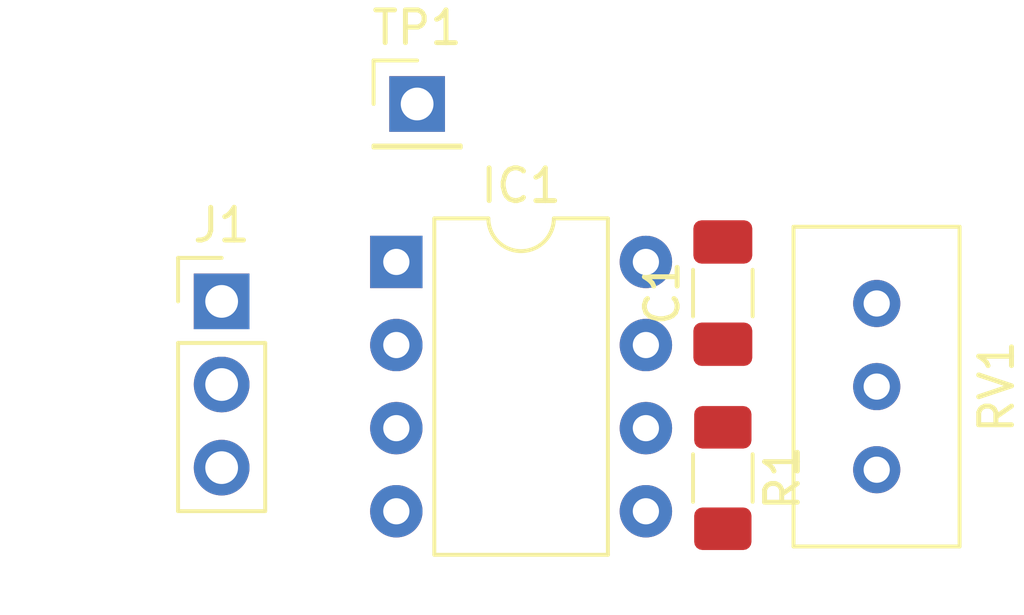
<source format=kicad_pcb>
(kicad_pcb (version 20171130) (host pcbnew "(5.1.8)-1")

  (general
    (thickness 1.6)
    (drawings 0)
    (tracks 0)
    (zones 0)
    (modules 6)
    (nets 9)
  )

  (page A4)
  (layers
    (0 F.Cu signal)
    (31 B.Cu signal)
    (32 B.Adhes user)
    (33 F.Adhes user)
    (34 B.Paste user)
    (35 F.Paste user)
    (36 B.SilkS user)
    (37 F.SilkS user)
    (38 B.Mask user)
    (39 F.Mask user)
    (40 Dwgs.User user)
    (41 Cmts.User user)
    (42 Eco1.User user)
    (43 Eco2.User user)
    (44 Edge.Cuts user)
    (45 Margin user)
    (46 B.CrtYd user)
    (47 F.CrtYd user)
    (48 B.Fab user)
    (49 F.Fab user)
  )

  (setup
    (last_trace_width 0.25)
    (trace_clearance 0.2)
    (zone_clearance 0.508)
    (zone_45_only no)
    (trace_min 0.2)
    (via_size 0.8)
    (via_drill 0.4)
    (via_min_size 0.4)
    (via_min_drill 0.3)
    (uvia_size 0.3)
    (uvia_drill 0.1)
    (uvias_allowed no)
    (uvia_min_size 0.2)
    (uvia_min_drill 0.1)
    (edge_width 0.05)
    (segment_width 0.2)
    (pcb_text_width 0.3)
    (pcb_text_size 1.5 1.5)
    (mod_edge_width 0.12)
    (mod_text_size 1 1)
    (mod_text_width 0.15)
    (pad_size 1.524 1.524)
    (pad_drill 0.762)
    (pad_to_mask_clearance 0)
    (aux_axis_origin 0 0)
    (visible_elements 7FFFFFFF)
    (pcbplotparams
      (layerselection 0x010fc_ffffffff)
      (usegerberextensions false)
      (usegerberattributes true)
      (usegerberadvancedattributes true)
      (creategerberjobfile true)
      (excludeedgelayer true)
      (linewidth 0.100000)
      (plotframeref false)
      (viasonmask false)
      (mode 1)
      (useauxorigin false)
      (hpglpennumber 1)
      (hpglpenspeed 20)
      (hpglpendiameter 15.000000)
      (psnegative false)
      (psa4output false)
      (plotreference true)
      (plotvalue true)
      (plotinvisibletext false)
      (padsonsilk false)
      (subtractmaskfromsilk false)
      (outputformat 1)
      (mirror false)
      (drillshape 1)
      (scaleselection 1)
      (outputdirectory ""))
  )

  (net 0 "")
  (net 1 "Net-(C1-Pad2)")
  (net 2 "Net-(IC1-Pad5)")
  (net 3 "Net-(IC1-Pad2)")
  (net 4 "Net-(IC1-Pad3)")
  (net 5 "Net-(IC1-Pad8)")
  (net 6 "Net-(R1-Pad2)")
  (net 7 "Net-(C1-Pad1)")
  (net 8 "Net-(IC1-Pad4)")

  (net_class Default "This is the default net class."
    (clearance 0.2)
    (trace_width 0.25)
    (via_dia 0.8)
    (via_drill 0.4)
    (uvia_dia 0.3)
    (uvia_drill 0.1)
    (add_net "Net-(C1-Pad1)")
    (add_net "Net-(C1-Pad2)")
    (add_net "Net-(IC1-Pad2)")
    (add_net "Net-(IC1-Pad3)")
    (add_net "Net-(IC1-Pad4)")
    (add_net "Net-(IC1-Pad5)")
    (add_net "Net-(IC1-Pad8)")
    (add_net "Net-(R1-Pad2)")
  )

  (module Capacitor_SMD:C_1206_3216Metric_Pad1.33x1.80mm_HandSolder (layer F.Cu) (tedit 5F68FEEF) (tstamp 61DDBDF6)
    (at 112.0775 67.3735 90)
    (descr "Capacitor SMD 1206 (3216 Metric), square (rectangular) end terminal, IPC_7351 nominal with elongated pad for handsoldering. (Body size source: IPC-SM-782 page 76, https://www.pcb-3d.com/wordpress/wp-content/uploads/ipc-sm-782a_amendment_1_and_2.pdf), generated with kicad-footprint-generator")
    (tags "capacitor handsolder")
    (path /61DD9A16)
    (attr smd)
    (fp_text reference C1 (at 0 -1.85 90) (layer F.SilkS)
      (effects (font (size 1 1) (thickness 0.15)))
    )
    (fp_text value 15uF (at 0 1.85 90) (layer F.Fab)
      (effects (font (size 1 1) (thickness 0.15)))
    )
    (fp_line (start 2.48 1.15) (end -2.48 1.15) (layer F.CrtYd) (width 0.05))
    (fp_line (start 2.48 -1.15) (end 2.48 1.15) (layer F.CrtYd) (width 0.05))
    (fp_line (start -2.48 -1.15) (end 2.48 -1.15) (layer F.CrtYd) (width 0.05))
    (fp_line (start -2.48 1.15) (end -2.48 -1.15) (layer F.CrtYd) (width 0.05))
    (fp_line (start -0.711252 0.91) (end 0.711252 0.91) (layer F.SilkS) (width 0.12))
    (fp_line (start -0.711252 -0.91) (end 0.711252 -0.91) (layer F.SilkS) (width 0.12))
    (fp_line (start 1.6 0.8) (end -1.6 0.8) (layer F.Fab) (width 0.1))
    (fp_line (start 1.6 -0.8) (end 1.6 0.8) (layer F.Fab) (width 0.1))
    (fp_line (start -1.6 -0.8) (end 1.6 -0.8) (layer F.Fab) (width 0.1))
    (fp_line (start -1.6 0.8) (end -1.6 -0.8) (layer F.Fab) (width 0.1))
    (fp_text user %R (at 0 0 90) (layer F.Fab)
      (effects (font (size 0.8 0.8) (thickness 0.12)))
    )
    (pad 1 smd roundrect (at -1.5625 0 90) (size 1.325 1.8) (layers F.Cu F.Paste F.Mask) (roundrect_rratio 0.188679)
      (net 7 "Net-(C1-Pad1)"))
    (pad 2 smd roundrect (at 1.5625 0 90) (size 1.325 1.8) (layers F.Cu F.Paste F.Mask) (roundrect_rratio 0.188679)
      (net 1 "Net-(C1-Pad2)"))
    (model ${KISYS3DMOD}/Capacitor_SMD.3dshapes/C_1206_3216Metric.wrl
      (at (xyz 0 0 0))
      (scale (xyz 1 1 1))
      (rotate (xyz 0 0 0))
    )
  )

  (module Package_DIP:DIP-8_W7.62mm (layer F.Cu) (tedit 5A02E8C5) (tstamp 61DDBB05)
    (at 102.108 66.421)
    (descr "8-lead though-hole mounted DIP package, row spacing 7.62 mm (300 mils)")
    (tags "THT DIP DIL PDIP 2.54mm 7.62mm 300mil")
    (path /61DD59E8)
    (fp_text reference IC1 (at 3.81 -2.33) (layer F.SilkS)
      (effects (font (size 1 1) (thickness 0.15)))
    )
    (fp_text value ICM7242IPAZ (at 3.81 9.95) (layer F.Fab)
      (effects (font (size 1 1) (thickness 0.15)))
    )
    (fp_line (start 8.7 -1.55) (end -1.1 -1.55) (layer F.CrtYd) (width 0.05))
    (fp_line (start 8.7 9.15) (end 8.7 -1.55) (layer F.CrtYd) (width 0.05))
    (fp_line (start -1.1 9.15) (end 8.7 9.15) (layer F.CrtYd) (width 0.05))
    (fp_line (start -1.1 -1.55) (end -1.1 9.15) (layer F.CrtYd) (width 0.05))
    (fp_line (start 6.46 -1.33) (end 4.81 -1.33) (layer F.SilkS) (width 0.12))
    (fp_line (start 6.46 8.95) (end 6.46 -1.33) (layer F.SilkS) (width 0.12))
    (fp_line (start 1.16 8.95) (end 6.46 8.95) (layer F.SilkS) (width 0.12))
    (fp_line (start 1.16 -1.33) (end 1.16 8.95) (layer F.SilkS) (width 0.12))
    (fp_line (start 2.81 -1.33) (end 1.16 -1.33) (layer F.SilkS) (width 0.12))
    (fp_line (start 0.635 -0.27) (end 1.635 -1.27) (layer F.Fab) (width 0.1))
    (fp_line (start 0.635 8.89) (end 0.635 -0.27) (layer F.Fab) (width 0.1))
    (fp_line (start 6.985 8.89) (end 0.635 8.89) (layer F.Fab) (width 0.1))
    (fp_line (start 6.985 -1.27) (end 6.985 8.89) (layer F.Fab) (width 0.1))
    (fp_line (start 1.635 -1.27) (end 6.985 -1.27) (layer F.Fab) (width 0.1))
    (fp_arc (start 3.81 -1.33) (end 2.81 -1.33) (angle -180) (layer F.SilkS) (width 0.12))
    (fp_text user %R (at 3.81 3.81) (layer F.Fab)
      (effects (font (size 1 1) (thickness 0.15)))
    )
    (pad 1 thru_hole rect (at 0 0) (size 1.6 1.6) (drill 0.8) (layers *.Cu *.Mask)
      (net 7 "Net-(C1-Pad1)"))
    (pad 5 thru_hole oval (at 7.62 7.62) (size 1.6 1.6) (drill 0.8) (layers *.Cu *.Mask)
      (net 2 "Net-(IC1-Pad5)"))
    (pad 2 thru_hole oval (at 0 2.54) (size 1.6 1.6) (drill 0.8) (layers *.Cu *.Mask)
      (net 3 "Net-(IC1-Pad2)"))
    (pad 6 thru_hole oval (at 7.62 5.08) (size 1.6 1.6) (drill 0.8) (layers *.Cu *.Mask)
      (net 7 "Net-(C1-Pad1)"))
    (pad 3 thru_hole oval (at 0 5.08) (size 1.6 1.6) (drill 0.8) (layers *.Cu *.Mask)
      (net 4 "Net-(IC1-Pad3)"))
    (pad 7 thru_hole oval (at 7.62 2.54) (size 1.6 1.6) (drill 0.8) (layers *.Cu *.Mask)
      (net 1 "Net-(C1-Pad2)"))
    (pad 4 thru_hole oval (at 0 7.62) (size 1.6 1.6) (drill 0.8) (layers *.Cu *.Mask)
      (net 8 "Net-(IC1-Pad4)"))
    (pad 8 thru_hole oval (at 7.62 0) (size 1.6 1.6) (drill 0.8) (layers *.Cu *.Mask)
      (net 5 "Net-(IC1-Pad8)"))
    (model ${KISYS3DMOD}/Package_DIP.3dshapes/DIP-8_W7.62mm.wrl
      (at (xyz 0 0 0))
      (scale (xyz 1 1 1))
      (rotate (xyz 0 0 0))
    )
  )

  (module Connector_PinHeader_2.54mm:PinHeader_1x03_P2.54mm_Vertical (layer F.Cu) (tedit 59FED5CC) (tstamp 61DDBB1C)
    (at 96.774 67.6275)
    (descr "Through hole straight pin header, 1x03, 2.54mm pitch, single row")
    (tags "Through hole pin header THT 1x03 2.54mm single row")
    (path /61DDB61D)
    (fp_text reference J1 (at 0 -2.33) (layer F.SilkS)
      (effects (font (size 1 1) (thickness 0.15)))
    )
    (fp_text value Conn_01x03_Male (at 0 7.41) (layer F.Fab)
      (effects (font (size 1 1) (thickness 0.15)))
    )
    (fp_line (start 1.8 -1.8) (end -1.8 -1.8) (layer F.CrtYd) (width 0.05))
    (fp_line (start 1.8 6.85) (end 1.8 -1.8) (layer F.CrtYd) (width 0.05))
    (fp_line (start -1.8 6.85) (end 1.8 6.85) (layer F.CrtYd) (width 0.05))
    (fp_line (start -1.8 -1.8) (end -1.8 6.85) (layer F.CrtYd) (width 0.05))
    (fp_line (start -1.33 -1.33) (end 0 -1.33) (layer F.SilkS) (width 0.12))
    (fp_line (start -1.33 0) (end -1.33 -1.33) (layer F.SilkS) (width 0.12))
    (fp_line (start -1.33 1.27) (end 1.33 1.27) (layer F.SilkS) (width 0.12))
    (fp_line (start 1.33 1.27) (end 1.33 6.41) (layer F.SilkS) (width 0.12))
    (fp_line (start -1.33 1.27) (end -1.33 6.41) (layer F.SilkS) (width 0.12))
    (fp_line (start -1.33 6.41) (end 1.33 6.41) (layer F.SilkS) (width 0.12))
    (fp_line (start -1.27 -0.635) (end -0.635 -1.27) (layer F.Fab) (width 0.1))
    (fp_line (start -1.27 6.35) (end -1.27 -0.635) (layer F.Fab) (width 0.1))
    (fp_line (start 1.27 6.35) (end -1.27 6.35) (layer F.Fab) (width 0.1))
    (fp_line (start 1.27 -1.27) (end 1.27 6.35) (layer F.Fab) (width 0.1))
    (fp_line (start -0.635 -1.27) (end 1.27 -1.27) (layer F.Fab) (width 0.1))
    (fp_text user %R (at 0 2.54 90) (layer F.Fab)
      (effects (font (size 1 1) (thickness 0.15)))
    )
    (pad 1 thru_hole rect (at 0 0) (size 1.7 1.7) (drill 1) (layers *.Cu *.Mask)
      (net 7 "Net-(C1-Pad1)"))
    (pad 2 thru_hole oval (at 0 2.54) (size 1.7 1.7) (drill 1) (layers *.Cu *.Mask)
      (net 4 "Net-(IC1-Pad3)"))
    (pad 3 thru_hole oval (at 0 5.08) (size 1.7 1.7) (drill 1) (layers *.Cu *.Mask)
      (net 8 "Net-(IC1-Pad4)"))
    (model ${KISYS3DMOD}/Connector_PinHeader_2.54mm.3dshapes/PinHeader_1x03_P2.54mm_Vertical.wrl
      (at (xyz 0 0 0))
      (scale (xyz 1 1 1))
      (rotate (xyz 0 0 0))
    )
  )

  (module Resistor_SMD:R_1206_3216Metric_Pad1.30x1.75mm_HandSolder (layer F.Cu) (tedit 5F68FEEE) (tstamp 61DDBD12)
    (at 112.0775 73.025 270)
    (descr "Resistor SMD 1206 (3216 Metric), square (rectangular) end terminal, IPC_7351 nominal with elongated pad for handsoldering. (Body size source: IPC-SM-782 page 72, https://www.pcb-3d.com/wordpress/wp-content/uploads/ipc-sm-782a_amendment_1_and_2.pdf), generated with kicad-footprint-generator")
    (tags "resistor handsolder")
    (path /61DD8F62)
    (attr smd)
    (fp_text reference R1 (at 0 -1.82 90) (layer F.SilkS)
      (effects (font (size 1 1) (thickness 0.15)))
    )
    (fp_text value 800K (at 0 1.82 90) (layer F.Fab)
      (effects (font (size 1 1) (thickness 0.15)))
    )
    (fp_line (start 2.45 1.12) (end -2.45 1.12) (layer F.CrtYd) (width 0.05))
    (fp_line (start 2.45 -1.12) (end 2.45 1.12) (layer F.CrtYd) (width 0.05))
    (fp_line (start -2.45 -1.12) (end 2.45 -1.12) (layer F.CrtYd) (width 0.05))
    (fp_line (start -2.45 1.12) (end -2.45 -1.12) (layer F.CrtYd) (width 0.05))
    (fp_line (start -0.727064 0.91) (end 0.727064 0.91) (layer F.SilkS) (width 0.12))
    (fp_line (start -0.727064 -0.91) (end 0.727064 -0.91) (layer F.SilkS) (width 0.12))
    (fp_line (start 1.6 0.8) (end -1.6 0.8) (layer F.Fab) (width 0.1))
    (fp_line (start 1.6 -0.8) (end 1.6 0.8) (layer F.Fab) (width 0.1))
    (fp_line (start -1.6 -0.8) (end 1.6 -0.8) (layer F.Fab) (width 0.1))
    (fp_line (start -1.6 0.8) (end -1.6 -0.8) (layer F.Fab) (width 0.1))
    (fp_text user %R (at 0 0 90) (layer F.Fab)
      (effects (font (size 0.8 0.8) (thickness 0.12)))
    )
    (pad 1 smd roundrect (at -1.55 0 270) (size 1.3 1.75) (layers F.Cu F.Paste F.Mask) (roundrect_rratio 0.192308)
      (net 7 "Net-(C1-Pad1)"))
    (pad 2 smd roundrect (at 1.55 0 270) (size 1.3 1.75) (layers F.Cu F.Paste F.Mask) (roundrect_rratio 0.192308)
      (net 6 "Net-(R1-Pad2)"))
    (model ${KISYS3DMOD}/Resistor_SMD.3dshapes/R_1206_3216Metric.wrl
      (at (xyz 0 0 0))
      (scale (xyz 1 1 1))
      (rotate (xyz 0 0 0))
    )
  )

  (module Potentiometer_THT:Potentiometer_Bourns_3296W_Vertical (layer F.Cu) (tedit 5A3D4994) (tstamp 61DDBB44)
    (at 116.7765 72.771 270)
    (descr "Potentiometer, vertical, Bourns 3296W, https://www.bourns.com/pdfs/3296.pdf")
    (tags "Potentiometer vertical Bourns 3296W")
    (path /61DF3725)
    (fp_text reference RV1 (at -2.54 -3.66 90) (layer F.SilkS)
      (effects (font (size 1 1) (thickness 0.15)))
    )
    (fp_text value 200K (at -2.54 3.67 90) (layer F.Fab)
      (effects (font (size 1 1) (thickness 0.15)))
    )
    (fp_line (start 2.5 -2.7) (end -7.6 -2.7) (layer F.CrtYd) (width 0.05))
    (fp_line (start 2.5 2.7) (end 2.5 -2.7) (layer F.CrtYd) (width 0.05))
    (fp_line (start -7.6 2.7) (end 2.5 2.7) (layer F.CrtYd) (width 0.05))
    (fp_line (start -7.6 -2.7) (end -7.6 2.7) (layer F.CrtYd) (width 0.05))
    (fp_line (start 2.345 -2.53) (end 2.345 2.54) (layer F.SilkS) (width 0.12))
    (fp_line (start -7.425 -2.53) (end -7.425 2.54) (layer F.SilkS) (width 0.12))
    (fp_line (start -7.425 2.54) (end 2.345 2.54) (layer F.SilkS) (width 0.12))
    (fp_line (start -7.425 -2.53) (end 2.345 -2.53) (layer F.SilkS) (width 0.12))
    (fp_line (start 0.955 2.235) (end 0.956 0.066) (layer F.Fab) (width 0.1))
    (fp_line (start 0.955 2.235) (end 0.956 0.066) (layer F.Fab) (width 0.1))
    (fp_line (start 2.225 -2.41) (end -7.305 -2.41) (layer F.Fab) (width 0.1))
    (fp_line (start 2.225 2.42) (end 2.225 -2.41) (layer F.Fab) (width 0.1))
    (fp_line (start -7.305 2.42) (end 2.225 2.42) (layer F.Fab) (width 0.1))
    (fp_line (start -7.305 -2.41) (end -7.305 2.42) (layer F.Fab) (width 0.1))
    (fp_circle (center 0.955 1.15) (end 2.05 1.15) (layer F.Fab) (width 0.1))
    (fp_text user %R (at -3.175 0.005 90) (layer F.Fab)
      (effects (font (size 1 1) (thickness 0.15)))
    )
    (pad 1 thru_hole circle (at 0 0 270) (size 1.44 1.44) (drill 0.8) (layers *.Cu *.Mask)
      (net 6 "Net-(R1-Pad2)"))
    (pad 2 thru_hole circle (at -2.54 0 270) (size 1.44 1.44) (drill 0.8) (layers *.Cu *.Mask)
      (net 1 "Net-(C1-Pad2)"))
    (pad 3 thru_hole circle (at -5.08 0 270) (size 1.44 1.44) (drill 0.8) (layers *.Cu *.Mask)
      (net 1 "Net-(C1-Pad2)"))
    (model ${KISYS3DMOD}/Potentiometer_THT.3dshapes/Potentiometer_Bourns_3296W_Vertical.wrl
      (at (xyz 0 0 0))
      (scale (xyz 1 1 1))
      (rotate (xyz 0 0 0))
    )
  )

  (module Connector_PinHeader_2.54mm:PinHeader_1x01_P2.54mm_Vertical (layer F.Cu) (tedit 59FED5CC) (tstamp 61DDBB59)
    (at 102.743 61.595)
    (descr "Through hole straight pin header, 1x01, 2.54mm pitch, single row")
    (tags "Through hole pin header THT 1x01 2.54mm single row")
    (path /61DF1F51)
    (fp_text reference TP1 (at 0 -2.33) (layer F.SilkS)
      (effects (font (size 1 1) (thickness 0.15)))
    )
    (fp_text value TestPoint (at 0 2.33) (layer F.Fab)
      (effects (font (size 1 1) (thickness 0.15)))
    )
    (fp_line (start 1.8 -1.8) (end -1.8 -1.8) (layer F.CrtYd) (width 0.05))
    (fp_line (start 1.8 1.8) (end 1.8 -1.8) (layer F.CrtYd) (width 0.05))
    (fp_line (start -1.8 1.8) (end 1.8 1.8) (layer F.CrtYd) (width 0.05))
    (fp_line (start -1.8 -1.8) (end -1.8 1.8) (layer F.CrtYd) (width 0.05))
    (fp_line (start -1.33 -1.33) (end 0 -1.33) (layer F.SilkS) (width 0.12))
    (fp_line (start -1.33 0) (end -1.33 -1.33) (layer F.SilkS) (width 0.12))
    (fp_line (start -1.33 1.27) (end 1.33 1.27) (layer F.SilkS) (width 0.12))
    (fp_line (start 1.33 1.27) (end 1.33 1.33) (layer F.SilkS) (width 0.12))
    (fp_line (start -1.33 1.27) (end -1.33 1.33) (layer F.SilkS) (width 0.12))
    (fp_line (start -1.33 1.33) (end 1.33 1.33) (layer F.SilkS) (width 0.12))
    (fp_line (start -1.27 -0.635) (end -0.635 -1.27) (layer F.Fab) (width 0.1))
    (fp_line (start -1.27 1.27) (end -1.27 -0.635) (layer F.Fab) (width 0.1))
    (fp_line (start 1.27 1.27) (end -1.27 1.27) (layer F.Fab) (width 0.1))
    (fp_line (start 1.27 -1.27) (end 1.27 1.27) (layer F.Fab) (width 0.1))
    (fp_line (start -0.635 -1.27) (end 1.27 -1.27) (layer F.Fab) (width 0.1))
    (fp_text user %R (at 0 0 90) (layer F.Fab)
      (effects (font (size 1 1) (thickness 0.15)))
    )
    (pad 1 thru_hole rect (at 0 0) (size 1.7 1.7) (drill 1) (layers *.Cu *.Mask)
      (net 3 "Net-(IC1-Pad2)"))
    (model ${KISYS3DMOD}/Connector_PinHeader_2.54mm.3dshapes/PinHeader_1x01_P2.54mm_Vertical.wrl
      (at (xyz 0 0 0))
      (scale (xyz 1 1 1))
      (rotate (xyz 0 0 0))
    )
  )

)

</source>
